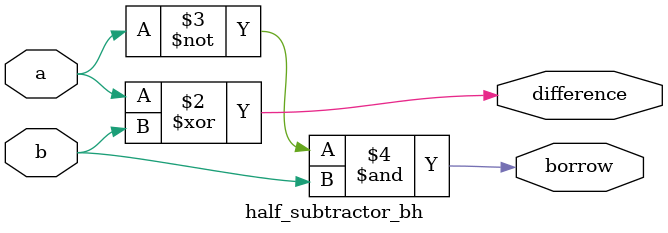
<source format=v>
module half_subtractor_bh(
    input a,
    input b,
    output reg difference,
    output reg borrow
);

always @(*) begin
    difference = a ^ b;
    borrow = ~a & b;
end

endmodule
</source>
